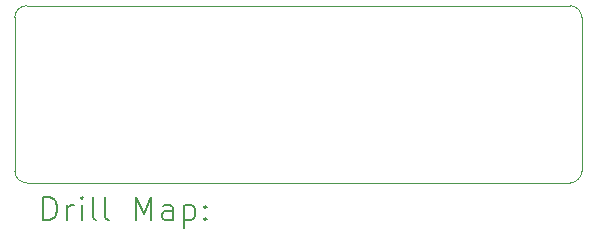
<source format=gbr>
%TF.GenerationSoftware,KiCad,Pcbnew,7.0.2*%
%TF.CreationDate,2024-01-23T17:51:25-06:00*%
%TF.ProjectId,imu-harvester,696d752d-6861-4727-9665-737465722e6b,rev?*%
%TF.SameCoordinates,Original*%
%TF.FileFunction,Drillmap*%
%TF.FilePolarity,Positive*%
%FSLAX45Y45*%
G04 Gerber Fmt 4.5, Leading zero omitted, Abs format (unit mm)*
G04 Created by KiCad (PCBNEW 7.0.2) date 2024-01-23 17:51:25*
%MOMM*%
%LPD*%
G01*
G04 APERTURE LIST*
%ADD10C,0.100000*%
%ADD11C,0.200000*%
G04 APERTURE END LIST*
D10*
X22400000Y-6250000D02*
X17800000Y-6250000D01*
X17800000Y-4750000D02*
X22400000Y-4750000D01*
X17800000Y-4750000D02*
G75*
G03*
X17700000Y-4850000I0J-100000D01*
G01*
X22500000Y-4850000D02*
G75*
G03*
X22400000Y-4750000I-100000J0D01*
G01*
X17700000Y-4850000D02*
X17700000Y-6150000D01*
X17700000Y-6150000D02*
G75*
G03*
X17800000Y-6250000I100000J0D01*
G01*
X22500000Y-6150000D02*
X22500000Y-4850000D01*
X22400000Y-6250000D02*
G75*
G03*
X22500000Y-6150000I0J100000D01*
G01*
D11*
X17942619Y-6567524D02*
X17942619Y-6367524D01*
X17942619Y-6367524D02*
X17990238Y-6367524D01*
X17990238Y-6367524D02*
X18018810Y-6377047D01*
X18018810Y-6377047D02*
X18037857Y-6396095D01*
X18037857Y-6396095D02*
X18047381Y-6415143D01*
X18047381Y-6415143D02*
X18056905Y-6453238D01*
X18056905Y-6453238D02*
X18056905Y-6481809D01*
X18056905Y-6481809D02*
X18047381Y-6519905D01*
X18047381Y-6519905D02*
X18037857Y-6538952D01*
X18037857Y-6538952D02*
X18018810Y-6558000D01*
X18018810Y-6558000D02*
X17990238Y-6567524D01*
X17990238Y-6567524D02*
X17942619Y-6567524D01*
X18142619Y-6567524D02*
X18142619Y-6434190D01*
X18142619Y-6472286D02*
X18152143Y-6453238D01*
X18152143Y-6453238D02*
X18161667Y-6443714D01*
X18161667Y-6443714D02*
X18180714Y-6434190D01*
X18180714Y-6434190D02*
X18199762Y-6434190D01*
X18266429Y-6567524D02*
X18266429Y-6434190D01*
X18266429Y-6367524D02*
X18256905Y-6377047D01*
X18256905Y-6377047D02*
X18266429Y-6386571D01*
X18266429Y-6386571D02*
X18275952Y-6377047D01*
X18275952Y-6377047D02*
X18266429Y-6367524D01*
X18266429Y-6367524D02*
X18266429Y-6386571D01*
X18390238Y-6567524D02*
X18371190Y-6558000D01*
X18371190Y-6558000D02*
X18361667Y-6538952D01*
X18361667Y-6538952D02*
X18361667Y-6367524D01*
X18495000Y-6567524D02*
X18475952Y-6558000D01*
X18475952Y-6558000D02*
X18466429Y-6538952D01*
X18466429Y-6538952D02*
X18466429Y-6367524D01*
X18723571Y-6567524D02*
X18723571Y-6367524D01*
X18723571Y-6367524D02*
X18790238Y-6510381D01*
X18790238Y-6510381D02*
X18856905Y-6367524D01*
X18856905Y-6367524D02*
X18856905Y-6567524D01*
X19037857Y-6567524D02*
X19037857Y-6462762D01*
X19037857Y-6462762D02*
X19028333Y-6443714D01*
X19028333Y-6443714D02*
X19009286Y-6434190D01*
X19009286Y-6434190D02*
X18971190Y-6434190D01*
X18971190Y-6434190D02*
X18952143Y-6443714D01*
X19037857Y-6558000D02*
X19018810Y-6567524D01*
X19018810Y-6567524D02*
X18971190Y-6567524D01*
X18971190Y-6567524D02*
X18952143Y-6558000D01*
X18952143Y-6558000D02*
X18942619Y-6538952D01*
X18942619Y-6538952D02*
X18942619Y-6519905D01*
X18942619Y-6519905D02*
X18952143Y-6500857D01*
X18952143Y-6500857D02*
X18971190Y-6491333D01*
X18971190Y-6491333D02*
X19018810Y-6491333D01*
X19018810Y-6491333D02*
X19037857Y-6481809D01*
X19133095Y-6434190D02*
X19133095Y-6634190D01*
X19133095Y-6443714D02*
X19152143Y-6434190D01*
X19152143Y-6434190D02*
X19190238Y-6434190D01*
X19190238Y-6434190D02*
X19209286Y-6443714D01*
X19209286Y-6443714D02*
X19218810Y-6453238D01*
X19218810Y-6453238D02*
X19228333Y-6472286D01*
X19228333Y-6472286D02*
X19228333Y-6529428D01*
X19228333Y-6529428D02*
X19218810Y-6548476D01*
X19218810Y-6548476D02*
X19209286Y-6558000D01*
X19209286Y-6558000D02*
X19190238Y-6567524D01*
X19190238Y-6567524D02*
X19152143Y-6567524D01*
X19152143Y-6567524D02*
X19133095Y-6558000D01*
X19314048Y-6548476D02*
X19323571Y-6558000D01*
X19323571Y-6558000D02*
X19314048Y-6567524D01*
X19314048Y-6567524D02*
X19304524Y-6558000D01*
X19304524Y-6558000D02*
X19314048Y-6548476D01*
X19314048Y-6548476D02*
X19314048Y-6567524D01*
X19314048Y-6443714D02*
X19323571Y-6453238D01*
X19323571Y-6453238D02*
X19314048Y-6462762D01*
X19314048Y-6462762D02*
X19304524Y-6453238D01*
X19304524Y-6453238D02*
X19314048Y-6443714D01*
X19314048Y-6443714D02*
X19314048Y-6462762D01*
M02*

</source>
